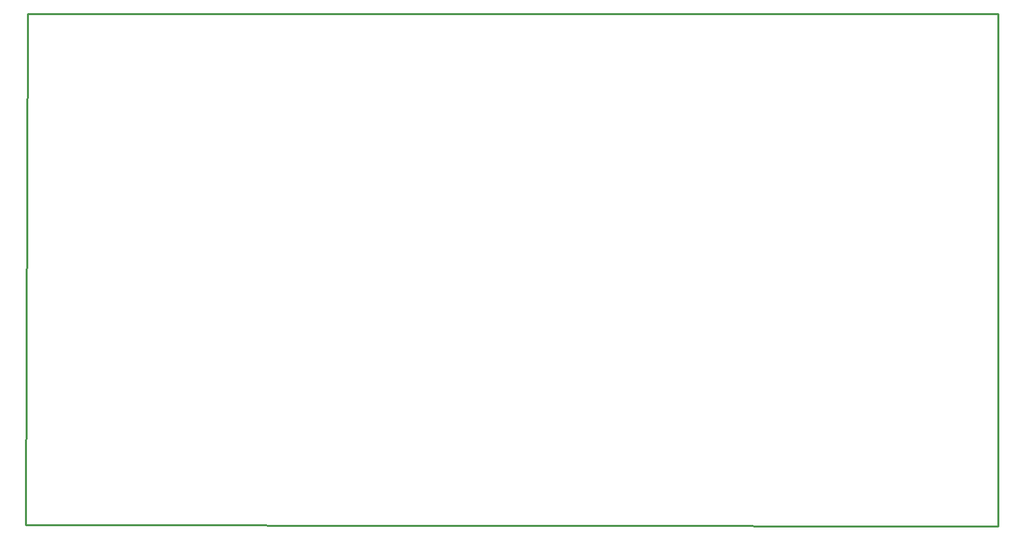
<source format=gm1>
%TF.GenerationSoftware,KiCad,Pcbnew,(5.1.6)-1*%
%TF.CreationDate,2021-11-13T14:54:40-08:00*%
%TF.ProjectId,ARESnoseConeSystem2022,41524553-6e6f-4736-9543-6f6e65537973,rev?*%
%TF.SameCoordinates,Original*%
%TF.FileFunction,Profile,NP*%
%FSLAX46Y46*%
G04 Gerber Fmt 4.6, Leading zero omitted, Abs format (unit mm)*
G04 Created by KiCad (PCBNEW (5.1.6)-1) date 2021-11-13 14:54:40*
%MOMM*%
%LPD*%
G01*
G04 APERTURE LIST*
%TA.AperFunction,Profile*%
%ADD10C,0.254000*%
%TD*%
G04 APERTURE END LIST*
D10*
X46990000Y-112141000D02*
X47244000Y-46228000D01*
X172212000Y-112268000D02*
X46990000Y-112141000D01*
X172212000Y-46228000D02*
X172212000Y-112268000D01*
X47244000Y-46228000D02*
X172212000Y-46228000D01*
M02*

</source>
